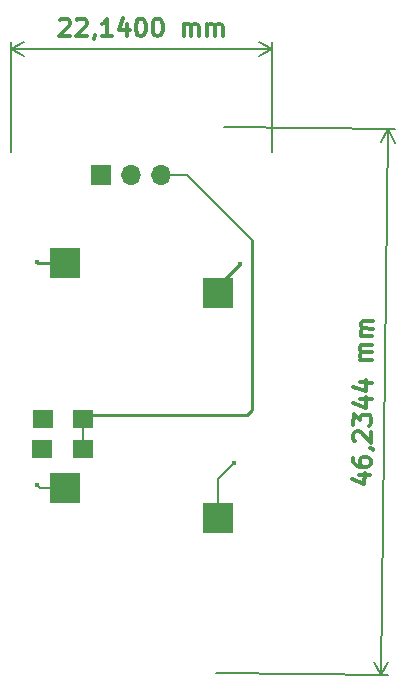
<source format=gbr>
%TF.GenerationSoftware,KiCad,Pcbnew,7.0.2*%
%TF.CreationDate,2023-04-26T23:17:44+02:00*%
%TF.ProjectId,phoenix-thumb,70686f65-6e69-4782-9d74-68756d622e6b,v1.0.0*%
%TF.SameCoordinates,Original*%
%TF.FileFunction,Copper,L1,Top*%
%TF.FilePolarity,Positive*%
%FSLAX46Y46*%
G04 Gerber Fmt 4.6, Leading zero omitted, Abs format (unit mm)*
G04 Created by KiCad (PCBNEW 7.0.2) date 2023-04-26 23:17:44*
%MOMM*%
%LPD*%
G01*
G04 APERTURE LIST*
%ADD10C,0.300000*%
%TA.AperFunction,NonConductor*%
%ADD11C,0.300000*%
%TD*%
%TA.AperFunction,NonConductor*%
%ADD12C,0.200000*%
%TD*%
%TA.AperFunction,ComponentPad*%
%ADD13R,1.700000X1.700000*%
%TD*%
%TA.AperFunction,ComponentPad*%
%ADD14O,1.700000X1.700000*%
%TD*%
%TA.AperFunction,SMDPad,CuDef*%
%ADD15R,2.550000X2.500000*%
%TD*%
%TA.AperFunction,ComponentPad*%
%ADD16R,1.800000X1.500000*%
%TD*%
%TA.AperFunction,ViaPad*%
%ADD17C,0.400000*%
%TD*%
%TA.AperFunction,Conductor*%
%ADD18C,0.200000*%
%TD*%
%TA.AperFunction,Conductor*%
%ADD19C,0.250000*%
%TD*%
G04 APERTURE END LIST*
D10*
D11*
X159409273Y-155349041D02*
X160409177Y-155362884D01*
X158832956Y-155698240D02*
X159899338Y-156070180D01*
X159899338Y-156070180D02*
X159912192Y-155141697D01*
X158929096Y-153913686D02*
X158925141Y-154199373D01*
X158925141Y-154199373D02*
X158994585Y-154343205D01*
X158994585Y-154343205D02*
X159065018Y-154415616D01*
X159065018Y-154415616D02*
X159277306Y-154561425D01*
X159277306Y-154561425D02*
X159562004Y-154636802D01*
X159562004Y-154636802D02*
X160133378Y-154644712D01*
X160133378Y-154644712D02*
X160277210Y-154575268D01*
X160277210Y-154575268D02*
X160349621Y-154504835D01*
X160349621Y-154504835D02*
X160423020Y-154362980D01*
X160423020Y-154362980D02*
X160426975Y-154077293D01*
X160426975Y-154077293D02*
X160357531Y-153933461D01*
X160357531Y-153933461D02*
X160287098Y-153861050D01*
X160287098Y-153861050D02*
X160145243Y-153787651D01*
X160145243Y-153787651D02*
X159788134Y-153782707D01*
X159788134Y-153782707D02*
X159644302Y-153852152D01*
X159644302Y-153852152D02*
X159571892Y-153922585D01*
X159571892Y-153922585D02*
X159498492Y-154064439D01*
X159498492Y-154064439D02*
X159494537Y-154350126D01*
X159494537Y-154350126D02*
X159563982Y-154493958D01*
X159563982Y-154493958D02*
X159634415Y-154566369D01*
X159634415Y-154566369D02*
X159776269Y-154639768D01*
X160369396Y-153076401D02*
X160440817Y-153077389D01*
X160440817Y-153077389D02*
X160582672Y-153150789D01*
X160582672Y-153150789D02*
X160653105Y-153223199D01*
X159091715Y-152487229D02*
X159021282Y-152414819D01*
X159021282Y-152414819D02*
X158951837Y-152270986D01*
X158951837Y-152270986D02*
X158956781Y-151913878D01*
X158956781Y-151913878D02*
X159030180Y-151772023D01*
X159030180Y-151772023D02*
X159102591Y-151701590D01*
X159102591Y-151701590D02*
X159246423Y-151632146D01*
X159246423Y-151632146D02*
X159389266Y-151634123D01*
X159389266Y-151634123D02*
X159602543Y-151708511D01*
X159602543Y-151708511D02*
X160447739Y-152577437D01*
X160447739Y-152577437D02*
X160460592Y-151648955D01*
X158967657Y-151128239D02*
X158980511Y-150199757D01*
X158980511Y-150199757D02*
X159544964Y-150707619D01*
X159544964Y-150707619D02*
X159547930Y-150493354D01*
X159547930Y-150493354D02*
X159621329Y-150351499D01*
X159621329Y-150351499D02*
X159693740Y-150281066D01*
X159693740Y-150281066D02*
X159837572Y-150211622D01*
X159837572Y-150211622D02*
X160194680Y-150216565D01*
X160194680Y-150216565D02*
X160336535Y-150289965D01*
X160336535Y-150289965D02*
X160406968Y-150362375D01*
X160406968Y-150362375D02*
X160476412Y-150506207D01*
X160476412Y-150506207D02*
X160470480Y-150934738D01*
X160470480Y-150934738D02*
X160397081Y-151076592D01*
X160397081Y-151076592D02*
X160324670Y-151147025D01*
X159498261Y-148921087D02*
X160498165Y-148934930D01*
X158921943Y-149270286D02*
X159988325Y-149642226D01*
X159988325Y-149642226D02*
X160001179Y-148713743D01*
X159518036Y-147492653D02*
X160517940Y-147506496D01*
X158941718Y-147841852D02*
X160008100Y-148213792D01*
X160008100Y-148213792D02*
X160020954Y-147285309D01*
X160544636Y-145578110D02*
X159544732Y-145564267D01*
X159687575Y-145566245D02*
X159617142Y-145493834D01*
X159617142Y-145493834D02*
X159547698Y-145350002D01*
X159547698Y-145350002D02*
X159550664Y-145135737D01*
X159550664Y-145135737D02*
X159624064Y-144993882D01*
X159624064Y-144993882D02*
X159767896Y-144924438D01*
X159767896Y-144924438D02*
X160553535Y-144935314D01*
X159767896Y-144924438D02*
X159626041Y-144851039D01*
X159626041Y-144851039D02*
X159556597Y-144707206D01*
X159556597Y-144707206D02*
X159559563Y-144492941D01*
X159559563Y-144492941D02*
X159632962Y-144351086D01*
X159632962Y-144351086D02*
X159776795Y-144281642D01*
X159776795Y-144281642D02*
X160562434Y-144292518D01*
X160572321Y-143578301D02*
X159572417Y-143564459D01*
X159715260Y-143566436D02*
X159644827Y-143494026D01*
X159644827Y-143494026D02*
X159575383Y-143350193D01*
X159575383Y-143350193D02*
X159578349Y-143135928D01*
X159578349Y-143135928D02*
X159651749Y-142994074D01*
X159651749Y-142994074D02*
X159795581Y-142924629D01*
X159795581Y-142924629D02*
X160581220Y-142935506D01*
X159795581Y-142924629D02*
X159653726Y-142851230D01*
X159653726Y-142851230D02*
X159584282Y-142707398D01*
X159584282Y-142707398D02*
X159587248Y-142493133D01*
X159587248Y-142493133D02*
X159660647Y-142351278D01*
X159660647Y-142351278D02*
X159804480Y-142281834D01*
X159804480Y-142281834D02*
X160590119Y-142292710D01*
D12*
X148009952Y-125856921D02*
X162507529Y-126057623D01*
X147369952Y-172086921D02*
X161867529Y-172287623D01*
X161921165Y-126049506D02*
X161281165Y-172279506D01*
X161921165Y-126049506D02*
X161281165Y-172279506D01*
X161921165Y-126049506D02*
X162491936Y-127184019D01*
X161921165Y-126049506D02*
X161319207Y-127167784D01*
X161281165Y-172279506D02*
X160710394Y-171144993D01*
X161281165Y-172279506D02*
X161883123Y-171161228D01*
D10*
D11*
X134101430Y-116826785D02*
X134172858Y-116755357D01*
X134172858Y-116755357D02*
X134315716Y-116683928D01*
X134315716Y-116683928D02*
X134672858Y-116683928D01*
X134672858Y-116683928D02*
X134815716Y-116755357D01*
X134815716Y-116755357D02*
X134887144Y-116826785D01*
X134887144Y-116826785D02*
X134958573Y-116969642D01*
X134958573Y-116969642D02*
X134958573Y-117112500D01*
X134958573Y-117112500D02*
X134887144Y-117326785D01*
X134887144Y-117326785D02*
X134030001Y-118183928D01*
X134030001Y-118183928D02*
X134958573Y-118183928D01*
X135530001Y-116826785D02*
X135601429Y-116755357D01*
X135601429Y-116755357D02*
X135744287Y-116683928D01*
X135744287Y-116683928D02*
X136101429Y-116683928D01*
X136101429Y-116683928D02*
X136244287Y-116755357D01*
X136244287Y-116755357D02*
X136315715Y-116826785D01*
X136315715Y-116826785D02*
X136387144Y-116969642D01*
X136387144Y-116969642D02*
X136387144Y-117112500D01*
X136387144Y-117112500D02*
X136315715Y-117326785D01*
X136315715Y-117326785D02*
X135458572Y-118183928D01*
X135458572Y-118183928D02*
X136387144Y-118183928D01*
X137101429Y-118112500D02*
X137101429Y-118183928D01*
X137101429Y-118183928D02*
X137030000Y-118326785D01*
X137030000Y-118326785D02*
X136958572Y-118398214D01*
X138530001Y-118183928D02*
X137672858Y-118183928D01*
X138101429Y-118183928D02*
X138101429Y-116683928D01*
X138101429Y-116683928D02*
X137958572Y-116898214D01*
X137958572Y-116898214D02*
X137815715Y-117041071D01*
X137815715Y-117041071D02*
X137672858Y-117112500D01*
X139815715Y-117183928D02*
X139815715Y-118183928D01*
X139458572Y-116612500D02*
X139101429Y-117683928D01*
X139101429Y-117683928D02*
X140030000Y-117683928D01*
X140887143Y-116683928D02*
X141030000Y-116683928D01*
X141030000Y-116683928D02*
X141172857Y-116755357D01*
X141172857Y-116755357D02*
X141244286Y-116826785D01*
X141244286Y-116826785D02*
X141315714Y-116969642D01*
X141315714Y-116969642D02*
X141387143Y-117255357D01*
X141387143Y-117255357D02*
X141387143Y-117612500D01*
X141387143Y-117612500D02*
X141315714Y-117898214D01*
X141315714Y-117898214D02*
X141244286Y-118041071D01*
X141244286Y-118041071D02*
X141172857Y-118112500D01*
X141172857Y-118112500D02*
X141030000Y-118183928D01*
X141030000Y-118183928D02*
X140887143Y-118183928D01*
X140887143Y-118183928D02*
X140744286Y-118112500D01*
X140744286Y-118112500D02*
X140672857Y-118041071D01*
X140672857Y-118041071D02*
X140601428Y-117898214D01*
X140601428Y-117898214D02*
X140530000Y-117612500D01*
X140530000Y-117612500D02*
X140530000Y-117255357D01*
X140530000Y-117255357D02*
X140601428Y-116969642D01*
X140601428Y-116969642D02*
X140672857Y-116826785D01*
X140672857Y-116826785D02*
X140744286Y-116755357D01*
X140744286Y-116755357D02*
X140887143Y-116683928D01*
X142315714Y-116683928D02*
X142458571Y-116683928D01*
X142458571Y-116683928D02*
X142601428Y-116755357D01*
X142601428Y-116755357D02*
X142672857Y-116826785D01*
X142672857Y-116826785D02*
X142744285Y-116969642D01*
X142744285Y-116969642D02*
X142815714Y-117255357D01*
X142815714Y-117255357D02*
X142815714Y-117612500D01*
X142815714Y-117612500D02*
X142744285Y-117898214D01*
X142744285Y-117898214D02*
X142672857Y-118041071D01*
X142672857Y-118041071D02*
X142601428Y-118112500D01*
X142601428Y-118112500D02*
X142458571Y-118183928D01*
X142458571Y-118183928D02*
X142315714Y-118183928D01*
X142315714Y-118183928D02*
X142172857Y-118112500D01*
X142172857Y-118112500D02*
X142101428Y-118041071D01*
X142101428Y-118041071D02*
X142029999Y-117898214D01*
X142029999Y-117898214D02*
X141958571Y-117612500D01*
X141958571Y-117612500D02*
X141958571Y-117255357D01*
X141958571Y-117255357D02*
X142029999Y-116969642D01*
X142029999Y-116969642D02*
X142101428Y-116826785D01*
X142101428Y-116826785D02*
X142172857Y-116755357D01*
X142172857Y-116755357D02*
X142315714Y-116683928D01*
X144601427Y-118183928D02*
X144601427Y-117183928D01*
X144601427Y-117326785D02*
X144672856Y-117255357D01*
X144672856Y-117255357D02*
X144815713Y-117183928D01*
X144815713Y-117183928D02*
X145029999Y-117183928D01*
X145029999Y-117183928D02*
X145172856Y-117255357D01*
X145172856Y-117255357D02*
X145244285Y-117398214D01*
X145244285Y-117398214D02*
X145244285Y-118183928D01*
X145244285Y-117398214D02*
X145315713Y-117255357D01*
X145315713Y-117255357D02*
X145458570Y-117183928D01*
X145458570Y-117183928D02*
X145672856Y-117183928D01*
X145672856Y-117183928D02*
X145815713Y-117255357D01*
X145815713Y-117255357D02*
X145887142Y-117398214D01*
X145887142Y-117398214D02*
X145887142Y-118183928D01*
X146601427Y-118183928D02*
X146601427Y-117183928D01*
X146601427Y-117326785D02*
X146672856Y-117255357D01*
X146672856Y-117255357D02*
X146815713Y-117183928D01*
X146815713Y-117183928D02*
X147029999Y-117183928D01*
X147029999Y-117183928D02*
X147172856Y-117255357D01*
X147172856Y-117255357D02*
X147244285Y-117398214D01*
X147244285Y-117398214D02*
X147244285Y-118183928D01*
X147244285Y-117398214D02*
X147315713Y-117255357D01*
X147315713Y-117255357D02*
X147458570Y-117183928D01*
X147458570Y-117183928D02*
X147672856Y-117183928D01*
X147672856Y-117183928D02*
X147815713Y-117255357D01*
X147815713Y-117255357D02*
X147887142Y-117398214D01*
X147887142Y-117398214D02*
X147887142Y-118183928D01*
D12*
X129960000Y-127970000D02*
X129960000Y-118703580D01*
X152100000Y-127970000D02*
X152100000Y-118703580D01*
X129960000Y-119290000D02*
X152100000Y-119290000D01*
X129960000Y-119290000D02*
X152100000Y-119290000D01*
X129960000Y-119290000D02*
X131086504Y-118703579D01*
X129960000Y-119290000D02*
X131086504Y-119876421D01*
X152100000Y-119290000D02*
X150973496Y-119876421D01*
X152100000Y-119290000D02*
X150973496Y-118703579D01*
D13*
%TO.P,REF\u002A\u002A,1*%
%TO.N,P3*%
X137580000Y-129920000D03*
D14*
%TO.P,REF\u002A\u002A,2*%
%TO.N,P4*%
X140120000Y-129920000D03*
%TO.P,REF\u002A\u002A,3*%
%TO.N,row5*%
X142660000Y-129920000D03*
%TD*%
D15*
%TO.P,S7,2*%
%TO.N,P4*%
X147495000Y-158980000D03*
%TO.P,S7,1*%
%TO.N,R31*%
X134568000Y-156440000D03*
%TD*%
%TO.P,S2,1*%
%TO.N,R30*%
X134570000Y-137350000D03*
%TO.P,S2,2*%
%TO.N,P3*%
X147497000Y-139890000D03*
%TD*%
D16*
%TO.P,D25,1*%
%TO.N,R31*%
X132630000Y-153170000D03*
%TO.P,D25,2*%
%TO.N,row5*%
X136030000Y-153170000D03*
%TD*%
%TO.P,D25,1*%
%TO.N,R30*%
X132704500Y-150555190D03*
%TO.P,D25,2*%
%TO.N,row5*%
X136104500Y-150555190D03*
%TD*%
D17*
%TO.N,P4*%
X148840000Y-154310000D03*
%TO.N,R31*%
X132140000Y-156180000D03*
%TO.N,P3*%
X149382000Y-137460000D03*
%TO.N,R30*%
X132152000Y-137330000D03*
%TD*%
D18*
%TO.N,row5*%
X142660000Y-129920000D02*
X144839310Y-129920000D01*
X144839310Y-129920000D02*
X150354500Y-135435190D01*
D19*
X150354500Y-135435190D02*
X150354500Y-149855500D01*
X149920000Y-150290000D02*
X150354500Y-149855500D01*
X136369690Y-150290000D02*
X149920000Y-150290000D01*
X136104500Y-150555190D02*
X136369690Y-150290000D01*
D18*
%TO.N,P4*%
X147495000Y-155655000D02*
X148840000Y-154310000D01*
X147495000Y-158980000D02*
X147495000Y-155655000D01*
%TO.N,R31*%
X132400000Y-156440000D02*
X134568000Y-156440000D01*
X132140000Y-156180000D02*
X132400000Y-156440000D01*
%TO.N,row5*%
X136030000Y-150629690D02*
X136104500Y-150555190D01*
X136030000Y-153170000D02*
X136030000Y-150629690D01*
D19*
%TO.N,P3*%
X147497000Y-139345000D02*
X147497000Y-139890000D01*
X149382000Y-137460000D02*
X147497000Y-139345000D01*
%TO.N,row5*%
X136042000Y-150800000D02*
X136286810Y-150555190D01*
%TO.N,R30*%
X134570000Y-137350000D02*
X132172000Y-137350000D01*
X132172000Y-137350000D02*
X132152000Y-137330000D01*
%TD*%
M02*

</source>
